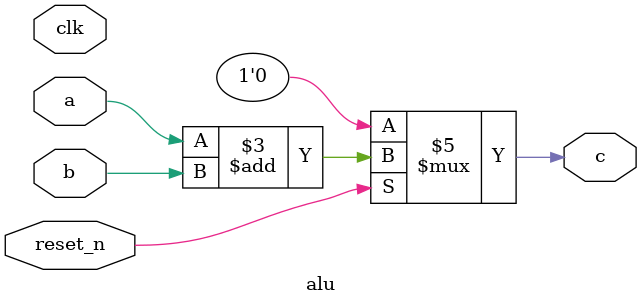
<source format=v>
module alu(
a,b,c,clk,reset_n
);

input wire a;
input wire b;
output reg c;
input clk;
input reset_n;


always begin if(!reset_n) begin
c <=1'b0;
end else begin
c <=a+b;
end
end


//assign c=a+b;
endmodule
</source>
